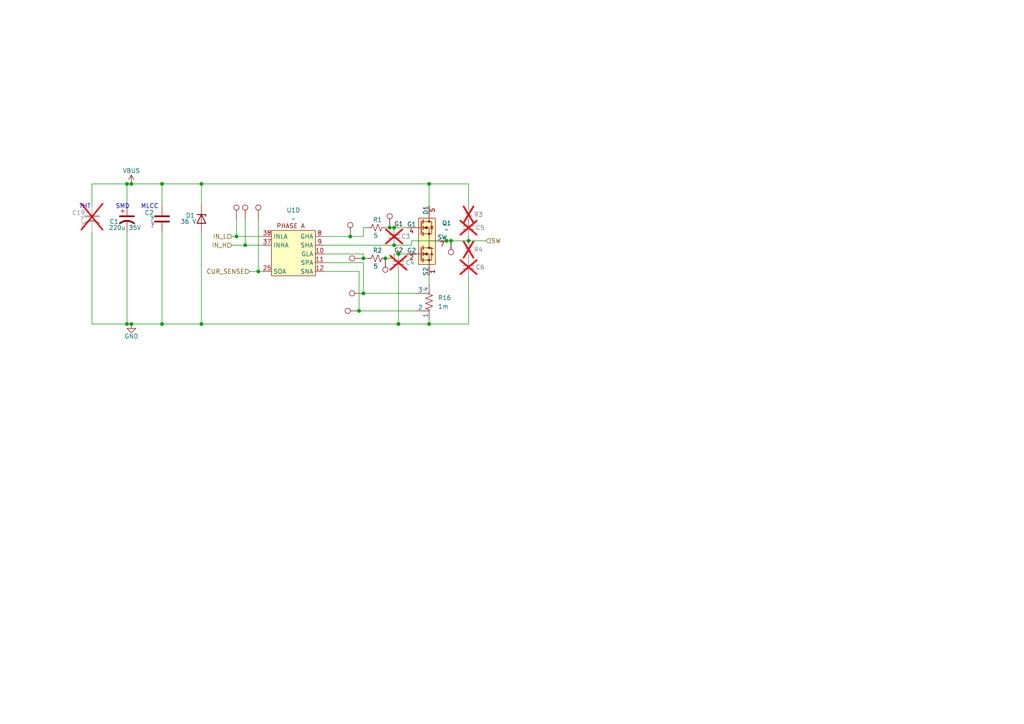
<source format=kicad_sch>
(kicad_sch (version 20250114) (generator "eeschema") (generator_version "9.0")
  (paper "A4")
  (lib_symbols
    (symbol "Device:C" (pin_numbers (hide yes)) (pin_names (offset 0.254))
      (property "Reference" "C" (at 0.635 2.54 0))
      (property "Value" "C" (at 0.635 -2.54 0))
      (symbol "C_0_1"
        (polyline (pts (xy -2.032 0.762) (xy 2.032 0.762)) (stroke (width 0.508)))
        (polyline (pts (xy -2.032 -0.762) (xy 2.032 -0.762)) (stroke (width 0.508)))
      )
      (symbol "C_1_1"
        (pin passive line (at 0 3.81 270) (length 2.794) (name "~") (number "1"))
        (pin passive line (at 0 -3.81 90) (length 2.794) (name "~") (number "2"))
      )
    )
    (symbol "Device:C_Polarized_US" (pin_numbers (hide yes)) (pin_names (offset 0.254) (hide yes))
      (property "Reference" "C" (at 0.635 2.54 0))
      (property "Value" "C_Polarized_US" (at 0.635 -2.54 0))
      (symbol "C_Polarized_US_0_1"
        (polyline (pts (xy -2.032 0.762) (xy 2.032 0.762)) (stroke (width 0.508)))
        (polyline (pts (xy -1.778 2.286) (xy -0.762 2.286)))
        (polyline (pts (xy -1.27 1.778) (xy -1.27 2.794)))
        (arc (start -2.032 -1.27) (mid 0 -0.5572) (end 2.032 -1.27) (stroke (width 0.508)))
      )
      (symbol "C_Polarized_US_1_1"
        (pin passive line (at 0 3.81 270) (length 2.794) (name "~") (number "1"))
        (pin passive line (at 0 -3.81 90) (length 3.302) (name "~") (number "2"))
      )
    )
    (symbol "Device:C_Small" (pin_numbers (hide yes)) (pin_names (offset 0.254) (hide yes))
      (property "Reference" "C" (at 0.254 1.778 0))
      (property "Value" "C_Small" (at 0.254 -2.032 0))
      (symbol "C_Small_0_1"
        (polyline (pts (xy -1.524 0.508) (xy 1.524 0.508)) (stroke (width 0.3048)))
        (polyline (pts (xy -1.524 -0.508) (xy 1.524 -0.508)) (stroke (width 0.3302)))
      )
      (symbol "C_Small_1_1"
        (pin passive line (at 0 2.54 270) (length 2.032) (name "~") (number "1"))
        (pin passive line (at 0 -2.54 90) (length 2.032) (name "~") (number "2"))
      )
    )
    (symbol "Device:D_Zener" (pin_numbers (hide yes)) (pin_names (offset 1.016) (hide yes))
      (property "Reference" "D" (at 0 2.54 0))
      (property "Value" "D_Zener" (at 0 -2.54 0))
      (symbol "D_Zener_0_1"
        (polyline (pts (xy -1.27 -1.27) (xy -1.27 1.27) (xy -0.762 1.27)) (stroke (width 0.254)))
        (polyline (pts (xy 1.27 0) (xy -1.27 0)))
        (polyline (pts (xy 1.27 -1.27) (xy 1.27 1.27) (xy -1.27 0) (xy 1.27 -1.27)) (stroke (width 0.254)))
      )
      (symbol "D_Zener_1_1"
        (pin passive line (at -3.81 0 0) (length 2.54) (name "K") (number "1"))
        (pin passive line (at 3.81 0 180) (length 2.54) (name "A") (number "2"))
      )
    )
    (symbol "Device:R_Shunt_US" (pin_numbers (hide yes)) (pin_names (offset 0))
      (property "Reference" "R" (at -5.08 0 90))
      (property "Value" "R_Shunt_US" (at -3.048 0 90))
      (symbol "R_Shunt_US_1_1"
        (polyline (pts (xy 0 2.286) (xy 0 2.54)))
        (polyline (pts (xy 0 2.286) (xy 1.016 1.905) (xy 0 1.524) (xy -1.016 1.143) (xy 0 0.762)))
        (polyline (pts (xy 0 0.762) (xy 1.016 0.381) (xy 0 0) (xy -1.016 -0.381) (xy 0 -0.762)))
        (polyline (pts (xy 0 -0.762) (xy 1.016 -1.143) (xy 0 -1.524) (xy -1.016 -1.905) (xy 0 -2.286)))
        (polyline (pts (xy 0 -2.286) (xy 0 -2.54)))
        (polyline (pts (xy 0 -2.54) (xy 1.27 -2.54)))
        (polyline (pts (xy 1.27 2.54) (xy 0 2.54)))
        (pin passive line (at 0 5.08 270) (length 2.54) (name "1") (number "1"))
        (pin passive line (at 0 -5.08 90) (length 2.54) (name "4") (number "4"))
        (pin passive line (at 3.81 2.54 180) (length 2.54) (name "2") (number "2"))
        (pin passive line (at 3.81 -2.54 180) (length 2.54) (name "3") (number "3"))
      )
    )
    (symbol "Device:R_Small_US" (pin_numbers (hide yes)) (pin_names (offset 0.254) (hide yes))
      (property "Reference" "R" (at 0.762 0.508 0))
      (property "Value" "R_Small_US" (at 0.762 -1.016 0))
      (symbol "R_Small_US_1_1"
        (polyline (pts (xy 0 1.524) (xy 1.016 1.143) (xy 0 0.762) (xy -1.016 0.381) (xy 0 0)))
        (polyline (pts (xy 0 0) (xy 1.016 -0.381) (xy 0 -0.762) (xy -1.016 -1.143) (xy 0 -1.524)))
        (pin passive line (at 0 2.54 270) (length 1.016) (name "~") (number "1"))
        (pin passive line (at 0 -2.54 90) (length 1.016) (name "~") (number "2"))
      )
    )
    (symbol "power:GND" (power) (pin_numbers (hide yes)) (pin_names (offset 0) (hide yes))
      (property "Value" "GND" (at 0 -3.81 0))
      (symbol "GND_0_1"
        (polyline (pts (xy 0 0) (xy 0 -1.27) (xy 1.27 -1.27) (xy 0 -2.54) (xy -1.27 -1.27) (xy 0 -1.27)))
      )
      (symbol "GND_1_1"
        (pin power_in line (at 0 0 270) (length 0) (name "~") (number "1"))
      )
    )
    (symbol "power:VBUS" (power) (pin_numbers (hide yes)) (pin_names (offset 0) (hide yes))
      (property "Value" "VBUS" (at 0 3.556 0))
      (symbol "VBUS_0_1"
        (polyline (pts (xy -0.762 1.27) (xy 0 2.54)))
        (polyline (pts (xy 0 2.54) (xy 0.762 1.27)))
        (polyline (pts (xy 0 0) (xy 0 2.54)))
      )
      (symbol "VBUS_1_1"
        (pin power_in line (at 0 0 90) (length 0) (name "~") (number "1"))
      )
    )
    (symbol "project:BUK7V4R2-40HX" (pin_names (offset 0))
      (property "Reference" "Q" (at 0 5.588 0))
      (symbol "BUK7V4R2-40HX_0_1"
        (polyline (pts (xy -2.286 -5.715) (xy -2.286 -9.525)) (stroke (width 0.254)))
        (polyline (pts (xy -2.286 -7.62) (xy -5.08 -7.62)))
        (polyline (pts (xy -2.286 -13.335) (xy -2.286 -17.145)) (stroke (width 0.254)))
        (polyline (pts (xy -2.286 -15.24) (xy -5.08 -15.24)))
        (polyline (pts (xy -1.778 -5.334) (xy -1.778 -6.35)) (stroke (width 0.254)))
        (polyline (pts (xy -1.778 -7.112) (xy -1.778 -8.128)) (stroke (width 0.254)))
        (polyline (pts (xy -1.778 -8.89) (xy -1.778 -9.906)) (stroke (width 0.254)))
        (polyline (pts (xy -1.778 -9.398) (xy 0.762 -9.398) (xy 0.762 -5.842) (xy -1.778 -5.842)))
        (polyline (pts (xy -1.778 -12.954) (xy -1.778 -13.97)) (stroke (width 0.254)))
        (polyline (pts (xy -1.778 -14.732) (xy -1.778 -15.748)) (stroke (width 0.254)))
        (polyline (pts (xy -1.778 -16.51) (xy -1.778 -17.526)) (stroke (width 0.254)))
        (polyline (pts (xy -1.778 -17.018) (xy 0.762 -17.018) (xy 0.762 -13.462) (xy -1.778 -13.462)))
        (polyline (pts (xy -1.524 -7.62) (xy -0.508 -7.239) (xy -0.508 -8.001) (xy -1.524 -7.62)) (fill (type outline)))
        (polyline (pts (xy -1.524 -15.24) (xy -0.508 -14.859) (xy -0.508 -15.621) (xy -1.524 -15.24)) (fill (type outline)))
        (polyline (pts (xy 0 -3.556) (xy 0 -5.842)))
        (circle (center 0 -5.842) (radius 0.254) (fill (type outline)))
        (circle (center 0 -9.398) (radius 0.254) (fill (type outline)))
        (polyline (pts (xy 0 -12.7) (xy 0 -13.462)))
        (polyline (pts (xy 0 -12.7) (xy 0 -7.62) (xy -1.778 -7.62)))
        (circle (center 0 -13.462) (radius 0.254) (fill (type outline)))
        (circle (center 0 -17.018) (radius 0.254) (fill (type outline)))
        (polyline (pts (xy 0 -19.304) (xy 0 -15.24) (xy -1.778 -15.24)))
        (polyline (pts (xy 0.254 -7.112) (xy 0.381 -7.239) (xy 1.143 -7.239) (xy 1.27 -7.366)))
        (polyline (pts (xy 0.254 -13.462) (xy 0.381 -13.589) (xy 1.143 -13.589) (xy 1.27 -13.716)))
        (polyline (pts (xy 0.762 -7.239) (xy 0.381 -7.874) (xy 1.143 -7.874) (xy 0.762 -7.239)))
        (polyline (pts (xy 0.762 -14.859) (xy 0.381 -15.494) (xy 1.143 -15.494) (xy 0.762 -14.859)))
        (polyline (pts (xy 2.794 -11.43) (xy 0 -11.43)))
      )
      (symbol "BUK7V4R2-40HX_1_1"
        (rectangle (start -3.048 -4.826) (end 1.778 -18.288) (fill (type background)))
        (pin input line (at -6.35 -7.62 0) (length 2.54) (name "G1") (number "4"))
        (pin input line (at -6.35 -15.24 0) (length 2.54) (name "G2") (number "2"))
        (pin passive line (at 0 -1.27 270) (length 2.54) (name "D1") (number "5"))
        (pin passive line (at 0 -21.59 90) (length 2.54) (name "S2") (number "1"))
        (pin passive line (at 5.08 -11.43 180) (length 2.54) (hide yes) (name "SW") (number "3"))
        (pin passive line (at 5.08 -11.43 180) (length 2.54) (name "SW") (number "7"))
      )
    )
    (symbol "project:DRV8323RS"
      (property "Reference" "U" (at -2.54 10.922 0))
      (symbol "DRV8323RS_1_0"
        (pin no_connect line (at -12.7 -1.27 180) (length 2.54) (hide yes) (name "NC") (number "46"))
        (pin unspecified line (at -7.62 10.16 0) (length 2.54) (name "nFAULT") (number "28"))
        (pin unspecified line (at -7.62 6.35 0) (length 2.54) (name "SDO") (number "29"))
        (pin unspecified line (at -7.62 3.81 0) (length 2.54) (name "SDI") (number "30"))
        (pin unspecified line (at -7.62 1.27 0) (length 2.54) (name "SCLK") (number "31"))
        (pin unspecified line (at -7.62 -1.27 0) (length 2.54) (name "nSCS") (number "32"))
        (pin unspecified line (at -7.62 -6.35 0) (length 2.54) (name "CAL") (number "34"))
        (pin unspecified line (at -7.62 -8.89 0) (length 2.54) (name "EN") (number "33"))
        (pin unspecified line (at -7.62 -13.97 0) (length 2.54) (name "VREF") (number "26"))
      )
      (symbol "DRV8323RS_1_1"
        (rectangle (start -5.08 11.938) (end 5.08 -15.494) (fill (type background)))
        (text "COMMS\n" (at -0.254 12.954 0) (effects (font (size 1.27 1.27))))
      )
      (symbol "DRV8323RS_2_0"
        (pin unspecified line (at -11.43 13.97 0) (length 2.54) (name "VIN") (number "47"))
        (pin unspecified line (at -11.43 7.62 0) (length 2.54) (name "nSHDN") (number "48"))
        (pin unspecified line (at -11.43 2.54 0) (length 2.54) (name "BGND") (number "43"))
        (pin unspecified line (at 10.16 13.97 180) (length 2.54) (name "CB") (number "44"))
        (pin unspecified line (at 10.16 7.62 180) (length 2.54) (name "SW") (number "45"))
        (pin unspecified line (at 10.16 2.54 180) (length 2.54) (name "FB") (number "1"))
      )
      (symbol "DRV8323RS_2_1"
        (rectangle (start -8.89 16.002) (end 7.62 0.762) (fill (type background)))
        (text "BUCK" (at -0.254 17.018 0) (effects (font (size 1.27 1.27))))
      )
      (symbol "DRV8323RS_3_0"
        (pin unspecified line (at -11.43 10.16 0) (length 2.54) (name "VDRAIN") (number "7"))
        (pin unspecified line (at -11.43 7.62 0) (length 2.54) (name "VM") (number "6"))
        (pin unspecified line (at -11.43 -6.35 0) (length 2.54) (name "AGND") (number "35"))
        (pin unspecified line (at -11.43 -8.89 0) (length 2.54) (name "PGND") (number "2"))
        (pin unspecified line (at -11.43 -11.43 0) (length 2.54) (name "PAD_GND") (number "P"))
        (pin unspecified line (at -11.43 -13.97 0) (length 2.54) (name "DGND") (number "27"))
        (pin unspecified line (at 12.7 10.16 180) (length 2.54) (name "VCP") (number "5"))
        (pin unspecified line (at 12.7 6.35 180) (length 2.54) (name "CPH") (number "4"))
        (pin unspecified line (at 12.7 1.27 180) (length 2.54) (name "CPL") (number "3"))
        (pin unspecified line (at 12.7 -13.97 180) (length 2.54) (name "DVDD") (number "36"))
      )
      (symbol "DRV8323RS_3_1"
        (rectangle (start -8.89 11.938) (end 10.16 -14.986) (fill (type background)))
        (text "POWER" (at -1.016 13.208 0) (effects (font (size 1.27 1.27))))
      )
      (symbol "DRV8323RS_4_0"
        (pin unspecified line (at -8.89 5.08 0) (length 2.54) (name "INLA") (number "38"))
        (pin unspecified line (at -8.89 2.54 0) (length 2.54) (name "INHA") (number "37"))
        (pin unspecified line (at -8.89 -5.08 0) (length 2.54) (name "SOA") (number "25"))
        (pin unspecified line (at 8.89 5.08 180) (length 2.54) (name "GHA") (number "8"))
        (pin unspecified line (at 8.89 2.54 180) (length 2.54) (name "SHA") (number "9"))
        (pin unspecified line (at 8.89 0 180) (length 2.54) (name "GLA") (number "10"))
        (pin unspecified line (at 8.89 -2.54 180) (length 2.54) (name "SPA") (number "11"))
        (pin unspecified line (at 8.89 -5.08 180) (length 2.54) (name "SNA") (number "12"))
      )
      (symbol "DRV8323RS_4_1"
        (rectangle (start -6.35 6.858) (end 6.35 -6.35) (fill (type background)))
        (text "PHASE A" (at -0.762 8.128 0) (effects (font (size 1.27 1.27))))
      )
      (symbol "DRV8323RS_5_0"
        (pin unspecified line (at -8.89 5.08 0) (length 2.54) (name "INLB") (number "40"))
        (pin unspecified line (at -8.89 2.54 0) (length 2.54) (name "INHB") (number "39"))
        (pin unspecified line (at -8.89 -5.08 0) (length 2.54) (name "SOB") (number "24"))
        (pin unspecified line (at 8.89 5.08 180) (length 2.54) (name "GHB") (number "17"))
        (pin unspecified line (at 8.89 2.54 180) (length 2.54) (name "SHB") (number "16"))
        (pin unspecified line (at 8.89 0 180) (length 2.54) (name "GLB") (number "15"))
        (pin unspecified line (at 8.89 -2.54 180) (length 2.54) (name "SPB") (number "14"))
        (pin unspecified line (at 8.89 -5.08 180) (length 2.54) (name "SNB") (number "13"))
      )
      (symbol "DRV8323RS_5_1"
        (rectangle (start -6.35 6.35) (end 6.35 -6.858) (fill (type background)))
        (text "PHASE B" (at -0.508 7.62 0) (effects (font (size 1.27 1.27))))
      )
      (symbol "DRV8323RS_6_0"
        (pin unspecified line (at -8.89 5.08 0) (length 2.54) (name "INLC") (number "42"))
        (pin unspecified line (at -8.89 2.54 0) (length 2.54) (name "INHC") (number "41"))
        (pin unspecified line (at -8.89 -5.08 0) (length 2.54) (name "SOC") (number "23"))
        (pin unspecified line (at 8.89 5.08 180) (length 2.54) (name "GHC") (number "18"))
        (pin unspecified line (at 8.89 2.54 180) (length 2.54) (name "SHC") (number "19"))
        (pin unspecified line (at 8.89 0 180) (length 2.54) (name "GLC") (number "20"))
        (pin unspecified line (at 8.89 -2.54 180) (length 2.54) (name "SPC") (number "21"))
        (pin unspecified line (at 8.89 -5.08 180) (length 2.54) (name "SNC") (number "22"))
      )
      (symbol "DRV8323RS_6_1"
        (rectangle (start -6.35 6.35) (end 6.35 -6.858) (fill (type background)))
        (text "PHASE C" (at -0.508 7.62 0) (effects (font (size 1.27 1.27))))
      )
    )
    (symbol "project:TestPoint" (pin_numbers (hide yes)) (pin_names (offset 0.762) (hide yes)) (in_bom no)
      (property "Value" "test point" (at 0 5.334 0))
      (symbol "TestPoint_0_1"
        (circle (center 0 3.302) (radius 0.762))
      )
      (symbol "TestPoint_1_1"
        (pin passive line (at 0 0 90) (length 2.54) (name "1") (number "1"))
      )
    )
  )
  (text "SMD" (at 35.56 59.944 0) (effects (font (size 1.27 1.27))))
  (text "MLCC" (at 43.434 59.944 0) (effects (font (size 1.27 1.27))))
  (text "THT" (at 24.638 59.944 0) (effects (font (size 1.27 1.27))))
  (junction (at 38.1 93.98))
  (junction (at 46.99 93.98))
  (junction (at 58.42 53.34))
  (junction (at 104.14 90.17))
  (junction (at 71.12 71.12))
  (junction (at 124.46 93.98))
  (junction (at 124.46 53.34))
  (junction (at 130.81 69.85))
  (junction (at 105.41 74.93))
  (junction (at 36.83 93.98))
  (junction (at 74.93 78.74))
  (junction (at 111.76 74.93))
  (junction (at 115.57 73.66))
  (junction (at 101.6 68.58))
  (junction (at 115.57 93.98))
  (junction (at 46.99 53.34))
  (junction (at 129.54 69.85))
  (junction (at 38.1 53.34))
  (junction (at 36.83 53.34))
  (junction (at 113.03 66.04))
  (junction (at 135.89 69.85))
  (junction (at 114.3 71.12))
  (junction (at 58.42 93.98))
  (junction (at 114.3 66.04))
  (junction (at 68.58 68.58))
  (junction (at 105.41 85.09))
  (wire (pts (xy 36.83 53.34) (xy 36.83 59.69)))
  (wire (pts (xy 114.3 71.12) (xy 119.38 71.12)))
  (wire (pts (xy 113.03 66.04) (xy 114.3 66.04)))
  (wire (pts (xy 111.76 66.04) (xy 113.03 66.04)))
  (wire (pts (xy 124.46 92.71) (xy 124.46 93.98)))
  (wire (pts (xy 46.99 53.34) (xy 58.42 53.34)))
  (wire (pts (xy 114.3 66.04) (xy 118.11 66.04)))
  (wire (pts (xy 104.14 90.17) (xy 120.65 90.17)))
  (wire (pts (xy 114.3 74.93) (xy 114.3 73.66)))
  (wire (pts (xy 93.98 71.12) (xy 114.3 71.12)))
  (wire (pts (xy 135.89 69.85) (xy 135.89 68.58)))
  (wire (pts (xy 129.54 69.85) (xy 130.81 69.85)))
  (wire (pts (xy 68.58 68.58) (xy 76.2 68.58)))
  (wire (pts (xy 46.99 93.98) (xy 58.42 93.98)))
  (wire (pts (xy 135.89 64.77) (xy 135.89 63.5)))
  (wire (pts (xy 105.41 68.58) (xy 101.6 68.58)))
  (wire (pts (xy 58.42 67.31) (xy 58.42 93.98)))
  (wire (pts (xy 26.67 53.34) (xy 36.83 53.34)))
  (wire (pts (xy 58.42 53.34) (xy 124.46 53.34)))
  (wire (pts (xy 105.41 74.93) (xy 105.41 73.66)))
  (wire (pts (xy 68.58 63.5) (xy 68.58 68.58)))
  (wire (pts (xy 115.57 78.74) (xy 115.57 93.98)))
  (wire (pts (xy 26.67 93.98) (xy 36.83 93.98)))
  (wire (pts (xy 36.83 93.98) (xy 38.1 93.98)))
  (wire (pts (xy 46.99 53.34) (xy 46.99 59.69)))
  (wire (pts (xy 119.38 71.12) (xy 119.38 69.85)))
  (wire (pts (xy 124.46 80.01) (xy 124.46 82.55)))
  (wire (pts (xy 101.6 68.58) (xy 93.98 68.58)))
  (wire (pts (xy 135.89 93.98) (xy 135.89 80.01)))
  (wire (pts (xy 105.41 76.2) (xy 105.41 85.09)))
  (wire (pts (xy 46.99 67.31) (xy 46.99 93.98)))
  (wire (pts (xy 26.67 67.31) (xy 26.67 93.98)))
  (wire (pts (xy 38.1 53.34) (xy 46.99 53.34)))
  (wire (pts (xy 105.41 74.93) (xy 106.68 74.93)))
  (wire (pts (xy 74.93 78.74) (xy 76.2 78.74)))
  (wire (pts (xy 105.41 85.09) (xy 120.65 85.09)))
  (wire (pts (xy 38.1 93.98) (xy 46.99 93.98)))
  (wire (pts (xy 71.12 63.5) (xy 71.12 71.12)))
  (wire (pts (xy 105.41 73.66) (xy 93.98 73.66)))
  (wire (pts (xy 130.81 69.85) (xy 135.89 69.85)))
  (wire (pts (xy 36.83 67.31) (xy 36.83 93.98)))
  (wire (pts (xy 67.31 71.12) (xy 71.12 71.12)))
  (wire (pts (xy 72.39 78.74) (xy 74.93 78.74)))
  (wire (pts (xy 119.38 69.85) (xy 129.54 69.85)))
  (wire (pts (xy 124.46 93.98) (xy 135.89 93.98)))
  (wire (pts (xy 104.14 78.74) (xy 93.98 78.74)))
  (wire (pts (xy 104.14 78.74) (xy 104.14 90.17)))
  (wire (pts (xy 74.93 63.5) (xy 74.93 78.74)))
  (wire (pts (xy 105.41 66.04) (xy 106.68 66.04)))
  (wire (pts (xy 58.42 59.69) (xy 58.42 53.34)))
  (wire (pts (xy 115.57 93.98) (xy 124.46 93.98)))
  (wire (pts (xy 135.89 53.34) (xy 124.46 53.34)))
  (wire (pts (xy 135.89 59.69) (xy 135.89 53.34)))
  (wire (pts (xy 93.98 76.2) (xy 105.41 76.2)))
  (wire (pts (xy 124.46 59.69) (xy 124.46 53.34)))
  (wire (pts (xy 58.42 93.98) (xy 115.57 93.98)))
  (wire (pts (xy 36.83 53.34) (xy 38.1 53.34)))
  (wire (pts (xy 26.67 53.34) (xy 26.67 59.69)))
  (wire (pts (xy 71.12 71.12) (xy 76.2 71.12)))
  (wire (pts (xy 105.41 66.04) (xy 105.41 68.58)))
  (wire (pts (xy 111.76 74.93) (xy 114.3 74.93)))
  (wire (pts (xy 115.57 73.66) (xy 118.11 73.66)))
  (wire (pts (xy 114.3 73.66) (xy 115.57 73.66)))
  (wire (pts (xy 67.31 68.58) (xy 68.58 68.58)))
  (wire (pts (xy 135.89 69.85) (xy 140.97 69.85)))
  (label "G2" (at 114.3 73.66 0))
  (label "G1" (at 114.3 66.04 0))
  (hierarchical_label "IN_L" (shape input) (at 67.31 68.58 180))
  (hierarchical_label "CUR_SENSE" (shape input) (at 72.39 78.74 180))
  (hierarchical_label "SW" (shape input) (at 140.97 69.85 0))
  (hierarchical_label "IN_H" (shape input) (at 67.31 71.12 180))
  (symbol (lib_id "project:TestPoint") (at 104.14 90.17 90) (unit 1) (in_bom no)
    (property "Reference" "TP20" (effects (hide yes)))
    (property "Value" "test point" (effects (hide yes)))
    (property "Footprint" "project:test point d1.5" (effects (hide yes)))
    (property "Description" "test point" (effects (hide yes)))
    (instances (project "" (path "" (reference "TP20") (unit 1)) (path "" (reference "TP22") (unit 1)) (path "" (reference "TP21") (unit 1))))
  )
  (symbol (lib_id "Device:D_Zener") (at 58.42 63.5 270) (unit 1)
    (property "Reference" "D1" (at 53.848 62.484 90) (effects (justify left)))
    (property "Value" "36 V" (at 52.324 64.262 90) (effects (justify left)))
    (property "Footprint" "Diode_SMD:D_SOD-323_HandSoldering" (effects (hide yes)))
    (property "Description" "Zener diode" (effects (hide yes)))
    (property "MPN" "BZM55C36" (effects (hide yes)))
    (instances (project "" (path "" (reference "D1") (unit 1)) (path "" (reference "D3") (unit 1)) (path "" (reference "D2") (unit 1))))
  )
  (symbol (lib_id "Device:C_Small") (at 135.89 66.04 0) (unit 1) (dnp yes)
    (property "Reference" "C5" (at 137.922 66.04 0) (effects (justify left)))
    (property "Value" "C_Small" (effects (hide yes)))
    (property "Footprint" "Capacitor_SMD:C_0402_1005Metric" (effects (hide yes)))
    (property "Description" "Unpolarized capacitor, small symbol" (effects (hide yes)))
    (instances (project "" (path "" (reference "C5") (unit 1)) (path "" (reference "C17") (unit 1)) (path "" (reference "C11") (unit 1))))
  )
  (symbol (lib_id "project:TestPoint") (at 105.41 74.93 90) (unit 1) (in_bom no)
    (property "Reference" "TP26" (effects (hide yes)))
    (property "Value" "test point" (effects (hide yes)))
    (property "Footprint" "project:test point d1.5" (effects (hide yes)))
    (property "Description" "test point" (effects (hide yes)))
    (instances (project "motor_controller" (path "" (reference "TP26") (unit 1)) (path "" (reference "TP28") (unit 1)) (path "" (reference "TP27") (unit 1))))
  )
  (symbol (lib_id "Device:R_Shunt_US") (at 124.46 87.63 180) (unit 1)
    (property "Reference" "R16" (at 127 86.3599 0) (effects (justify right)))
    (property "Value" "1m" (at 127 88.8999 0) (effects (justify right)))
    (property "Footprint" "project:R_0805_SHUNT" (effects (hide yes)))
    (property "Description" "Shunt resistor, US symbol" (effects (hide yes)))
    (property "MPN" "CSSH0805FT1L00 " (effects (hide yes)))
    (instances (project "" (path "" (reference "R16") (unit 1)) (path "" (reference "R18") (unit 1)) (path "" (reference "R17") (unit 1))))
  )
  (symbol (lib_id "Device:C_Small") (at 135.89 77.47 0) (unit 1) (dnp yes)
    (property "Reference" "C6" (at 137.922 77.47 0) (effects (justify left)))
    (property "Value" "C_Small" (effects (hide yes)))
    (property "Footprint" "Capacitor_SMD:C_0402_1005Metric" (effects (hide yes)))
    (property "Description" "Unpolarized capacitor, small symbol" (effects (hide yes)))
    (instances (project "motor_controller" (path "" (reference "C6") (unit 1)) (path "" (reference "C18") (unit 1)) (path "" (reference "C12") (unit 1))))
  )
  (symbol (lib_id "project:BUK7V4R2-40HX") (at 124.46 58.42 0) (unit 1)
    (property "Reference" "Q1" (at 129.54 64.6998 0))
    (property "Value" "~" (at 129.54 66.6049 0))
    (property "Footprint" "project:BUK7V4R2-40HX" (effects (hide yes)))
    (property "MPN" "BUK7V4R2-40HX" (effects (hide yes)))
    (instances (project "motor_controller" (path "" (reference "Q1") (unit 1)) (path "" (reference "Q3") (unit 1)) (path "" (reference "Q2") (unit 1))))
  )
  (symbol (lib_id "Device:C_Polarized_US") (at 36.83 63.5 0) (unit 1)
    (property "Reference" "C1" (at 31.75 64.262 0) (effects (justify left)))
    (property "Value" "220u 35V" (at 31.496 66.04 0) (effects (justify left)))
    (property "Footprint" "Capacitor_SMD:CP_Elec_6.3x7.7" (effects (hide yes)))
    (property "Description" "Polarized capacitor, US symbol" (effects (hide yes)))
    (property "MPN" "UCV1V221MCL1GS" (effects (hide yes)))
    (instances (project "motor_controller" (path "" (reference "C1") (unit 1)) (path "" (reference "C13") (unit 1)) (path "" (reference "C7") (unit 1))))
  )
  (symbol (lib_id "project:TestPoint") (at 111.76 74.93 180) (unit 1) (in_bom no)
    (property "Reference" "TP38" (effects (hide yes)))
    (property "Value" "test point" (effects (hide yes)))
    (property "Footprint" "project:test point d1.5" (effects (hide yes)))
    (property "Description" "test point" (effects (hide yes)))
    (instances (project "motor_controller" (path "" (reference "TP38") (unit 1)) (path "" (reference "TP40") (unit 1)) (path "" (reference "TP39") (unit 1))))
  )
  (symbol (lib_id "Device:C_Small") (at 115.57 76.2 0) (unit 1) (dnp yes)
    (property "Reference" "C4" (at 117.602 76.2 0) (effects (justify left)))
    (property "Value" "C_Small" (effects (hide yes)))
    (property "Footprint" "Capacitor_SMD:C_0402_1005Metric" (effects (hide yes)))
    (property "Description" "Unpolarized capacitor, small symbol" (effects (hide yes)))
    (instances (project "motor_controller" (path "" (reference "C4") (unit 1)) (path "" (reference "C16") (unit 1)) (path "" (reference "C10") (unit 1))))
  )
  (symbol (lib_id "Device:R_Small_US") (at 135.89 72.39 0) (unit 1) (dnp yes)
    (property "Reference" "R4" (at 137.414 72.39 0) (effects (justify left)))
    (property "Value" "R_Small_US" (effects (hide yes)))
    (property "Footprint" "Resistor_SMD:R_0402_1005Metric" (effects (hide yes)))
    (property "Description" "Resistor, small US symbol" (effects (hide yes)))
    (instances (project "motor_controller" (path "" (reference "R4") (unit 1)) (path "" (reference "R12") (unit 1)) (path "" (reference "R8") (unit 1))))
  )
  (symbol (lib_id "project:TestPoint") (at 74.93 63.5 0) (unit 1) (in_bom no)
    (property "Reference" "TP7" (effects (hide yes)))
    (property "Value" "test point" (effects (hide yes)))
    (property "Footprint" "project:test point d1.5" (effects (hide yes)))
    (property "Description" "test point" (effects (hide yes)))
    (instances (project "motor_controller" (path "" (reference "TP7") (unit 1)) (path "" (reference "TP9") (unit 1)) (path "" (reference "TP8") (unit 1))))
  )
  (symbol (lib_id "project:TestPoint") (at 101.6 68.58 0) (unit 1) (in_bom no)
    (property "Reference" "TP32" (effects (hide yes)))
    (property "Value" "test point" (effects (hide yes)))
    (property "Footprint" "project:test point d1.5" (effects (hide yes)))
    (property "Description" "test point" (effects (hide yes)))
    (instances (project "motor_controller" (path "" (reference "TP32") (unit 1)) (path "" (reference "TP34") (unit 1)) (path "" (reference "TP33") (unit 1))))
  )
  (symbol (lib_id "project:TestPoint") (at 71.12 63.5 0) (unit 1) (in_bom no)
    (property "Reference" "TP4" (effects (hide yes)))
    (property "Value" "test point" (effects (hide yes)))
    (property "Footprint" "project:test point d1.5" (effects (hide yes)))
    (property "Description" "test point" (effects (hide yes)))
    (instances (project "motor_controller" (path "" (reference "TP4") (unit 1)) (path "" (reference "TP6") (unit 1)) (path "" (reference "TP5") (unit 1))))
  )
  (symbol (lib_id "Device:C_Polarized_US") (at 26.67 63.5 0) (unit 1) (dnp yes)
    (property "Reference" "C19" (at 20.828 61.722 0) (effects (justify left)))
    (property "Value" "?" (at 23.114 63.5 0) (effects (justify left)))
    (property "Footprint" "project:C_Disc_D3.0mm_W1.6mm_P2.50mm_no_silk" (effects (hide yes)))
    (property "Description" "Polarized capacitor, US symbol" (effects (hide yes)))
    (property "MPN" "?" (effects (hide yes)))
    (property "voltage" "?" (at 23.876 65.278 0))
    (property "rating at vbus" "?" (effects (hide yes)))
    (instances (project "motor_controller" (path "" (reference "C19") (unit 1)) (path "" (reference "C21") (unit 1)) (path "" (reference "C20") (unit 1))))
  )
  (symbol (lib_id "project:DRV8323RS") (at 85.09 73.66 0) (unit 4)
    (property "Reference" "U1" (at 85.09 60.96 0))
    (property "Value" "~" (at 85.09 63.5 0))
    (instances (project "motor_controller" (path "" (reference "U1") (unit 4)) (path "" (reference "U1") (unit 6)) (path "" (reference "U1") (unit 5))))
  )
  (symbol (lib_id "project:TestPoint") (at 68.58 63.5 0) (unit 1) (in_bom no)
    (property "Reference" "TP1" (effects (hide yes)))
    (property "Value" "test point" (effects (hide yes)))
    (property "Footprint" "project:test point d1.5" (effects (hide yes)))
    (property "Description" "test point" (effects (hide yes)))
    (instances (project "" (path "" (reference "TP1") (unit 1)) (path "" (reference "TP3") (unit 1)) (path "" (reference "TP2") (unit 1))))
  )
  (symbol (lib_id "project:TestPoint") (at 113.03 66.04 0) (unit 1) (in_bom no)
    (property "Reference" "TP35" (effects (hide yes)))
    (property "Value" "test point" (effects (hide yes)))
    (property "Footprint" "project:test point d1.5" (effects (hide yes)))
    (property "Description" "test point" (effects (hide yes)))
    (instances (project "motor_controller" (path "" (reference "TP35") (unit 1)) (path "" (reference "TP37") (unit 1)) (path "" (reference "TP36") (unit 1))))
  )
  (symbol (lib_id "Device:C_Small") (at 114.3 68.58 0) (unit 1) (dnp yes)
    (property "Reference" "C3" (at 116.332 68.58 0) (effects (justify left)))
    (property "Value" "C_Small" (effects (hide yes)))
    (property "Footprint" "Capacitor_SMD:C_0402_1005Metric" (effects (hide yes)))
    (property "Description" "Unpolarized capacitor, small symbol" (effects (hide yes)))
    (instances (project "motor_controller" (path "" (reference "C3") (unit 1)) (path "" (reference "C15") (unit 1)) (path "" (reference "C9") (unit 1))))
  )
  (symbol (lib_id "Device:C") (at 46.99 63.5 0) (unit 1)
    (property "Reference" "C2" (at 41.91 61.722 0) (effects (justify left)))
    (property "Value" "?" (at 43.434 63.5 0) (effects (justify left)))
    (property "Footprint" "Capacitor_SMD:C_1808_4520Metric" (effects (hide yes)))
    (property "Description" "Unpolarized capacitor" (effects (hide yes)))
    (property "MPN" "?" (effects (hide yes)))
    (property "voltage" "?" (at 44.196 65.278 0))
    (property "rating at vbus" "?" (effects (hide yes)))
    (instances (project "motor_controller" (path "" (reference "C2") (unit 1)) (path "" (reference "C14") (unit 1)) (path "" (reference "C8") (unit 1))))
  )
  (symbol (lib_id "project:TestPoint") (at 105.41 85.09 90) (unit 1) (in_bom no)
    (property "Reference" "TP23" (effects (hide yes)))
    (property "Value" "test point" (effects (hide yes)))
    (property "Footprint" "project:test point d1.5" (effects (hide yes)))
    (property "Description" "test point" (effects (hide yes)))
    (instances (project "motor_controller" (path "" (reference "TP23") (unit 1)) (path "" (reference "TP25") (unit 1)) (path "" (reference "TP24") (unit 1))))
  )
  (symbol (lib_id "Device:R_Small_US") (at 135.89 62.23 0) (unit 1) (dnp yes)
    (property "Reference" "R3" (at 137.414 62.23 0) (effects (justify left)))
    (property "Value" "R_Small_US" (effects (hide yes)))
    (property "Footprint" "Resistor_SMD:R_0402_1005Metric" (effects (hide yes)))
    (property "Description" "Resistor, small US symbol" (effects (hide yes)))
    (instances (project "" (path "" (reference "R3") (unit 1)) (path "" (reference "R11") (unit 1)) (path "" (reference "R7") (unit 1))))
  )
  (symbol (lib_id "Device:R_Small_US") (at 109.22 66.04 90) (unit 1)
    (property "Reference" "R1" (at 109.474 63.754 90))
    (property "Value" "5" (at 108.966 68.326 90))
    (property "Footprint" "Resistor_SMD:R_0402_1005Metric" (effects (hide yes)))
    (property "Description" "Resistor, small US symbol" (effects (hide yes)))
    (instances (project "motor_controller" (path "" (reference "R1") (unit 1)) (path "" (reference "R9") (unit 1)) (path "" (reference "R5") (unit 1))))
  )
  (symbol (lib_id "Device:R_Small_US") (at 109.22 74.93 90) (unit 1)
    (property "Reference" "R2" (at 109.474 72.644 90))
    (property "Value" "5" (at 108.966 77.216 90))
    (property "Footprint" "Resistor_SMD:R_0402_1005Metric" (effects (hide yes)))
    (property "Description" "Resistor, small US symbol" (effects (hide yes)))
    (instances (project "motor_controller" (path "" (reference "R2") (unit 1)) (path "" (reference "R10") (unit 1)) (path "" (reference "R6") (unit 1))))
  )
  (symbol (lib_id "project:TestPoint") (at 130.81 69.85 180) (unit 1) (in_bom no)
    (property "Reference" "TP29" (effects (hide yes)))
    (property "Value" "test point" (effects (hide yes)))
    (property "Footprint" "project:test point d1.5" (effects (hide yes)))
    (property "Description" "test point" (effects (hide yes)))
    (instances (project "motor_controller" (path "" (reference "TP29") (unit 1)) (path "" (reference "TP31") (unit 1)) (path "" (reference "TP30") (unit 1))))
  )
  (symbol (lib_id "power:VBUS") (at 38.1 53.34 0) (unit 1)
    (property "Reference" "#PWR01" (effects (hide yes)))
    (property "Value" "VBUS" (at 38.1 49.53 0))
    (property "Description" "Power symbol creates a global label with name \"VBUS\"" (effects (hide yes)))
    (instances (project "" (path "" (reference "#PWR01") (unit 1)) (path "" (reference "#PWR05") (unit 1)) (path "" (reference "#PWR03") (unit 1))))
  )
  (symbol (lib_id "power:GND") (at 38.1 93.98 0) (unit 1)
    (property "Reference" "#PWR02" (effects (hide yes)))
    (property "Value" "GND" (at 38.1 97.536 0))
    (property "Description" "Power symbol creates a global label with name \"GND\" , ground" (effects (hide yes)))
    (instances (project "" (path "" (reference "#PWR02") (unit 1)) (path "" (reference "#PWR06") (unit 1)) (path "" (reference "#PWR04") (unit 1))))
  )
)
</source>
